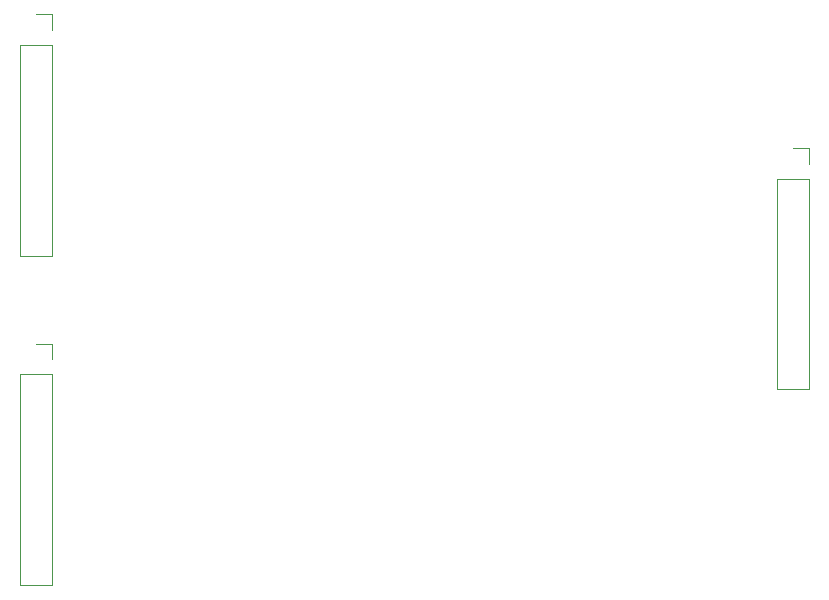
<source format=gbr>
%TF.GenerationSoftware,KiCad,Pcbnew,(6.0.0-0)*%
%TF.CreationDate,2022-02-14T21:23:05-05:00*%
%TF.ProjectId,new-interrupt-handler,6e65772d-696e-4746-9572-727570742d68,rev?*%
%TF.SameCoordinates,Original*%
%TF.FileFunction,Legend,Bot*%
%TF.FilePolarity,Positive*%
%FSLAX46Y46*%
G04 Gerber Fmt 4.6, Leading zero omitted, Abs format (unit mm)*
G04 Created by KiCad (PCBNEW (6.0.0-0)) date 2022-02-14 21:23:05*
%MOMM*%
%LPD*%
G01*
G04 APERTURE LIST*
%ADD10C,0.120000*%
G04 APERTURE END LIST*
D10*
%TO.C,J3*%
X151384000Y-92595000D02*
X151384000Y-110435000D01*
X154044000Y-92595000D02*
X151384000Y-92595000D01*
X154044000Y-110435000D02*
X151384000Y-110435000D01*
X154044000Y-91325000D02*
X154044000Y-89995000D01*
X154044000Y-92595000D02*
X154044000Y-110435000D01*
X154044000Y-89995000D02*
X152714000Y-89995000D01*
%TO.C,J1*%
X87306000Y-81280000D02*
X87306000Y-99120000D01*
X89966000Y-81280000D02*
X87306000Y-81280000D01*
X89966000Y-80010000D02*
X89966000Y-78680000D01*
X89966000Y-81280000D02*
X89966000Y-99120000D01*
X89966000Y-78680000D02*
X88636000Y-78680000D01*
X89966000Y-99120000D02*
X87306000Y-99120000D01*
%TO.C,J2*%
X89966000Y-126995000D02*
X87306000Y-126995000D01*
X89966000Y-106555000D02*
X88636000Y-106555000D01*
X89966000Y-109155000D02*
X87306000Y-109155000D01*
X89966000Y-107885000D02*
X89966000Y-106555000D01*
X87306000Y-109155000D02*
X87306000Y-126995000D01*
X89966000Y-109155000D02*
X89966000Y-126995000D01*
%TD*%
M02*

</source>
